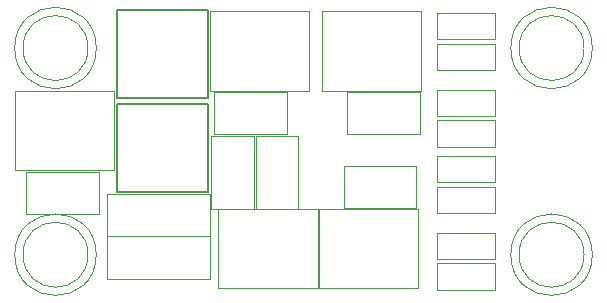
<source format=gbr>
%TF.GenerationSoftware,KiCad,Pcbnew,(5.1.7)-1*%
%TF.CreationDate,2020-11-24T01:41:10-06:00*%
%TF.ProjectId,3DP_HotEnd_Breakout,3344505f-486f-4744-956e-645f42726561,rev?*%
%TF.SameCoordinates,Original*%
%TF.FileFunction,Other,User*%
%FSLAX46Y46*%
G04 Gerber Fmt 4.6, Leading zero omitted, Abs format (unit mm)*
G04 Created by KiCad (PCBNEW (5.1.7)-1) date 2020-11-24 01:41:10*
%MOMM*%
%LPD*%
G01*
G04 APERTURE LIST*
%ADD10C,0.050000*%
%ADD11C,0.150000*%
G04 APERTURE END LIST*
D10*
X-18250000Y8750000D02*
G75*
G03*
X-18250000Y8750000I-2750000J0D01*
G01*
X-18250000Y-8750000D02*
G75*
G03*
X-18250000Y-8750000I-2750000J0D01*
G01*
X23750000Y-8750000D02*
G75*
G03*
X23750000Y-8750000I-2750000J0D01*
G01*
X23750000Y8750000D02*
G75*
G03*
X23750000Y8750000I-2750000J0D01*
G01*
%TO.C,R4*%
X16175000Y2620000D02*
X16175000Y380000D01*
X16175000Y380000D02*
X11275000Y380000D01*
X11275000Y380000D02*
X11275000Y2620000D01*
X11275000Y2620000D02*
X16175000Y2620000D01*
%TO.C,R3*%
X16200000Y-380000D02*
X16200000Y-2620000D01*
X16200000Y-2620000D02*
X11300000Y-2620000D01*
X11300000Y-2620000D02*
X11300000Y-380000D01*
X11300000Y-380000D02*
X16200000Y-380000D01*
%TO.C,R2*%
X16200000Y-6880000D02*
X16200000Y-9120000D01*
X16200000Y-9120000D02*
X11300000Y-9120000D01*
X11300000Y-9120000D02*
X11300000Y-6880000D01*
X11300000Y-6880000D02*
X16200000Y-6880000D01*
%TO.C,R1*%
X11300000Y6880000D02*
X11300000Y9120000D01*
X11300000Y9120000D02*
X16200000Y9120000D01*
X16200000Y9120000D02*
X16200000Y6880000D01*
X16200000Y6880000D02*
X11300000Y6880000D01*
%TO.C,D4*%
X16200000Y2980000D02*
X11300000Y2980000D01*
X16200000Y5220000D02*
X16200000Y2980000D01*
X11300000Y5220000D02*
X16200000Y5220000D01*
X11300000Y2980000D02*
X11300000Y5220000D01*
%TO.C,D3*%
X16200000Y-5220000D02*
X11300000Y-5220000D01*
X16200000Y-2980000D02*
X16200000Y-5220000D01*
X11300000Y-2980000D02*
X16200000Y-2980000D01*
X11300000Y-5220000D02*
X11300000Y-2980000D01*
%TO.C,D2*%
X16200000Y-11720000D02*
X11300000Y-11720000D01*
X16200000Y-9480000D02*
X16200000Y-11720000D01*
X11300000Y-9480000D02*
X16200000Y-9480000D01*
X11300000Y-11720000D02*
X11300000Y-9480000D01*
%TO.C,D1*%
X11300000Y11720000D02*
X16200000Y11720000D01*
X11300000Y9480000D02*
X11300000Y11720000D01*
X16200000Y9480000D02*
X11300000Y9480000D01*
X16200000Y11720000D02*
X16200000Y9480000D01*
%TO.C,H4*%
X-17550000Y-8750000D02*
G75*
G03*
X-17550000Y-8750000I-3450000J0D01*
G01*
%TO.C,H3*%
X24450000Y8750000D02*
G75*
G03*
X24450000Y8750000I-3450000J0D01*
G01*
%TO.C,H2*%
X24450000Y-8750000D02*
G75*
G03*
X24450000Y-8750000I-3450000J0D01*
G01*
%TO.C,H1*%
X-17550000Y8750000D02*
G75*
G03*
X-17550000Y8750000I-3450000J0D01*
G01*
%TO.C,J2*%
X1550000Y11855000D02*
X1550000Y5105000D01*
X1550000Y5105000D02*
X9950000Y5105000D01*
X9950000Y5105000D02*
X9950000Y11855000D01*
X9950000Y11855000D02*
X1550000Y11855000D01*
%TO.C,J15*%
X-4050000Y1300000D02*
X-4050000Y-4850000D01*
X-4050000Y-4850000D02*
X-450000Y-4850000D01*
X-450000Y-4850000D02*
X-450000Y1300000D01*
X-450000Y1300000D02*
X-4050000Y1300000D01*
%TO.C,J14*%
X-7800000Y1300000D02*
X-7800000Y-4850000D01*
X-7800000Y-4850000D02*
X-4200000Y-4850000D01*
X-4200000Y-4850000D02*
X-4200000Y1300000D01*
X-4200000Y1300000D02*
X-7800000Y1300000D01*
%TO.C,J11*%
X-7950000Y11850000D02*
X-7950000Y5100000D01*
X-7950000Y5100000D02*
X450000Y5100000D01*
X450000Y5100000D02*
X450000Y11850000D01*
X450000Y11850000D02*
X-7950000Y11850000D01*
%TO.C,J4*%
X1300000Y-11600000D02*
X9700000Y-11600000D01*
X1300000Y-4850000D02*
X1300000Y-11600000D01*
X9700000Y-4850000D02*
X1300000Y-4850000D01*
X9700000Y-11600000D02*
X9700000Y-4850000D01*
%TO.C,J13*%
X-24450000Y5135000D02*
X-24450000Y-1615000D01*
X-24450000Y-1615000D02*
X-16050000Y-1615000D01*
X-16050000Y-1615000D02*
X-16050000Y5135000D01*
X-16050000Y5135000D02*
X-24450000Y5135000D01*
%TO.C,J10*%
X-7550000Y1450000D02*
X-1400000Y1450000D01*
X-1400000Y1450000D02*
X-1400000Y5050000D01*
X-1400000Y5050000D02*
X-7550000Y5050000D01*
X-7550000Y5050000D02*
X-7550000Y1450000D01*
D11*
%TO.C,J7*%
X-8100000Y-3465001D02*
X-8100000Y4034999D01*
X-15800000Y-3465001D02*
X-8100000Y-3465001D01*
X-15800000Y4034999D02*
X-15800000Y-3465001D01*
X-8100000Y4034999D02*
X-15800000Y4034999D01*
X-8100000Y4034999D02*
X-8100000Y4034999D01*
%TO.C,J6*%
X-15770000Y12005000D02*
X-15770000Y4505000D01*
X-8070000Y12005000D02*
X-15770000Y12005000D01*
X-8070000Y4505000D02*
X-8070000Y12005000D01*
X-15770000Y4505000D02*
X-8070000Y4505000D01*
X-15770000Y4505000D02*
X-15770000Y4505000D01*
D10*
%TO.C,J3*%
X1200000Y-11600000D02*
X1200000Y-4850000D01*
X1200000Y-4850000D02*
X-7200000Y-4850000D01*
X-7200000Y-4850000D02*
X-7200000Y-11600000D01*
X-7200000Y-11600000D02*
X1200000Y-11600000D01*
%TO.C,J12*%
X-23500000Y-1715000D02*
X-23500000Y-5315000D01*
X-17350000Y-1715000D02*
X-23500000Y-1715000D01*
X-17350000Y-5315000D02*
X-17350000Y-1715000D01*
X-23500000Y-5315000D02*
X-17350000Y-5315000D01*
%TO.C,J9*%
X-7950000Y-10784000D02*
X-7950000Y-7184000D01*
X-16600000Y-10784000D02*
X-7950000Y-10784000D01*
X-16600000Y-7184000D02*
X-16600000Y-10784000D01*
X-7950000Y-7184000D02*
X-16600000Y-7184000D01*
%TO.C,J5*%
X9550000Y-4800000D02*
X9550000Y-1200000D01*
X3400000Y-4800000D02*
X9550000Y-4800000D01*
X3400000Y-1200000D02*
X3400000Y-4800000D01*
X9550000Y-1200000D02*
X3400000Y-1200000D01*
%TO.C,J1*%
X3700000Y5050000D02*
X3700000Y1450000D01*
X9850000Y5050000D02*
X3700000Y5050000D01*
X9850000Y1450000D02*
X9850000Y5050000D01*
X3700000Y1450000D02*
X9850000Y1450000D01*
%TO.C,J8*%
X-7950000Y-7198400D02*
X-7950000Y-3598400D01*
X-16600000Y-7198400D02*
X-7950000Y-7198400D01*
X-16600000Y-3598400D02*
X-16600000Y-7198400D01*
X-7950000Y-3598400D02*
X-16600000Y-3598400D01*
%TD*%
M02*

</source>
